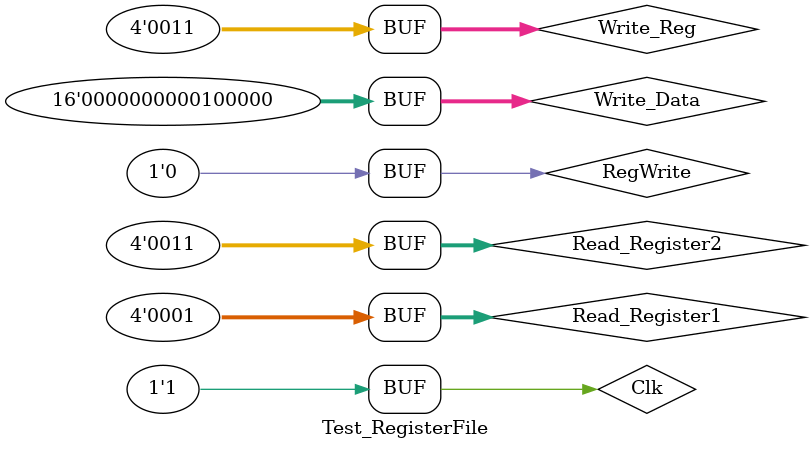
<source format=v>
`timescale 1ns / 1ps
module Test_RegisterFile;

	// Inputs
	reg [3:0] Read_Register1; //rs
	reg [3:0] Read_Register2; //rt
	reg [3:0] Write_Reg; // rd
	reg [15:0] Write_Data;
	reg Clk;
	reg RegWrite; //we

	// Outputs
	wire [15:0] Read_Data1;
	wire [15:0] Read_Data2;

	// Instantiate the Unit Under Test (UUT)
	RegisterFile uut (
		.Read_Register1(Read_Register1), 
		.Read_Register2(Read_Register2), 
		.Write_Reg(Write_Reg), 
		.Write_Data(Write_Data), 
		.Clk(Clk), 
		.RegWrite(RegWrite), 
		.Read_Data1(Read_Data1), 
		.Read_Data2(Read_Data2)
	);

	initial begin
		// Initialize Inputs
		Read_Register1 = 0;
		Read_Register2 = 0;
		Write_Reg = 0;
		Write_Data = 0;
		Clk = 0;
		RegWrite = 0;

		// Wait 100 ns for global reset to finish
		#100;
      Read_Register1 = 4'b0001;
		Read_Register2 = 4'b0010;
		Write_Reg = 4'b0011;
		Write_Data = 0;
		Clk = 1;
		RegWrite = 0;
		
		#100;
      Read_Register1 = 4'b0001;
		Read_Register2 = 4'b0010;
		Write_Reg = 4'b0011;
		Write_Data = 0;
		Clk = 0;
		RegWrite = 0;
		
		#100;
      Read_Register1 = 4'b0001;
		Read_Register2 = 4'b0010;
		Write_Reg = 4'b0011;
		Write_Data = 16'h0020;
		Clk = 1;
		RegWrite = 1;
		
		#100;
      Read_Register1 = 4'b0001;
		Read_Register2 = 4'b0010;
		Write_Reg = 4'b0011;
		Write_Data = 16'h0020;
		Clk = 0;
		RegWrite = 1;
		
		#100;
      Read_Register1 = 4'b0001;
		Read_Register2 = 4'b0011;
		Write_Reg = 4'b0011;
		Write_Data = 16'h0020;
		Clk = 1;
		RegWrite = 0;
		
		// Add stimulus here

	end
      
endmodule
</source>
